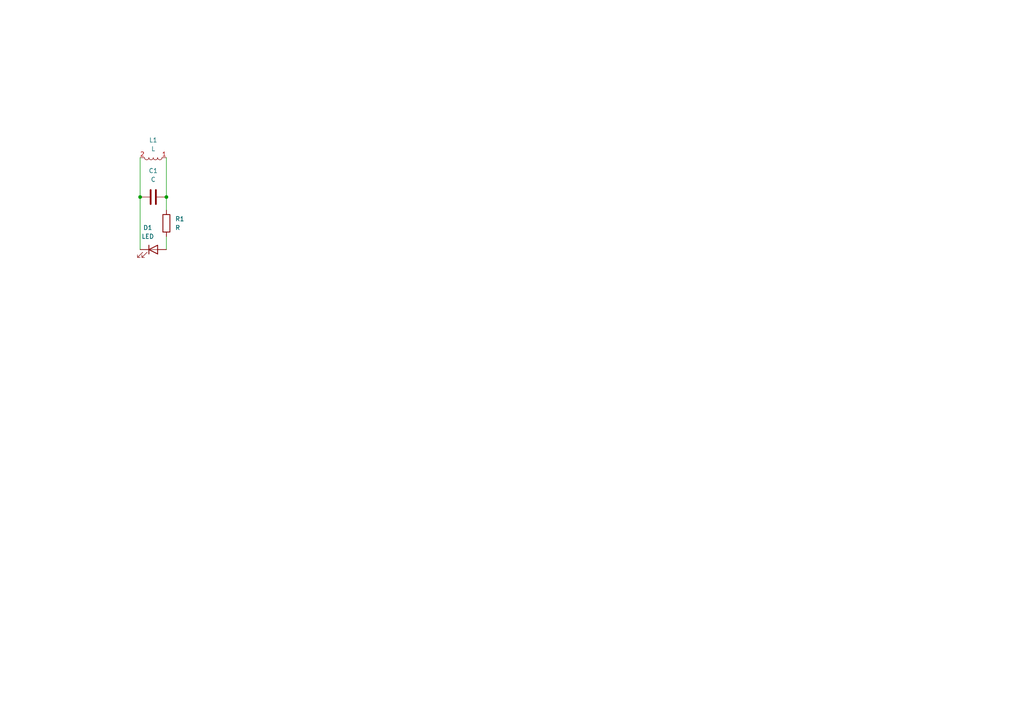
<source format=kicad_sch>
(kicad_sch (version 20250114) (generator "eeschema") (generator_version "9.0")
  (paper "A4")
  (lib_symbols
    (symbol "Device:C" (pin_numbers (hide yes)) (pin_names (offset 0.254))
      (property "Reference" "C" (at 0.635 2.54 0))
      (property "Value" "C" (at 0.635 -2.54 0))
      (symbol "C_0_1"
        (polyline (pts (xy -2.032 0.762) (xy 2.032 0.762)) (stroke (width 0.508)))
        (polyline (pts (xy -2.032 -0.762) (xy 2.032 -0.762)) (stroke (width 0.508)))
      )
      (symbol "C_1_1"
        (pin passive line (at 0 3.81 270) (length 2.794) (name "~") (number "1"))
        (pin passive line (at 0 -3.81 90) (length 2.794) (name "~") (number "2"))
      )
    )
    (symbol "Device:LED" (pin_numbers (hide yes)) (pin_names (offset 1.016) (hide yes))
      (property "Reference" "D" (at 0 2.54 0))
      (property "Value" "LED" (at 0 -2.54 0))
      (symbol "LED_0_1"
        (polyline (pts (xy -3.048 -0.762) (xy -4.572 -2.286) (xy -3.81 -2.286) (xy -4.572 -2.286) (xy -4.572 -1.524)))
        (polyline (pts (xy -1.778 -0.762) (xy -3.302 -2.286) (xy -2.54 -2.286) (xy -3.302 -2.286) (xy -3.302 -1.524)))
        (polyline (pts (xy -1.27 0) (xy 1.27 0)))
        (polyline (pts (xy -1.27 -1.27) (xy -1.27 1.27)) (stroke (width 0.254)))
        (polyline (pts (xy 1.27 -1.27) (xy 1.27 1.27) (xy -1.27 0) (xy 1.27 -1.27)) (stroke (width 0.254)))
      )
      (symbol "LED_1_1"
        (pin passive line (at -3.81 0 0) (length 2.54) (name "K") (number "1"))
        (pin passive line (at 3.81 0 180) (length 2.54) (name "A") (number "2"))
      )
    )
    (symbol "Device:R" (pin_numbers (hide yes)) (pin_names (offset 0))
      (property "Reference" "R" (at 2.032 0 90))
      (property "Value" "R" (at 0 0 90))
      (symbol "R_0_1"
        (rectangle (start -1.016 -2.54) (end 1.016 2.54) (stroke (width 0.254)))
      )
      (symbol "R_1_1"
        (pin passive line (at 0 3.81 270) (length 1.27) (name "~") (number "1"))
        (pin passive line (at 0 -3.81 90) (length 1.27) (name "~") (number "2"))
      )
    )
    (symbol "NFC_COIL_36.7x36.7_3uH:L" (pin_names (offset 1.016) (hide yes))
      (property "Reference" "L" (at 4.064 2.032 0))
      (property "Value" "L" (at -3.556 2.032 0))
      (symbol "L_0_1"
        (arc (start -1.27 0) (mid -1.905 -0.6323) (end -2.54 0))
        (arc (start 0 0) (mid -0.635 -0.6323) (end -1.27 0))
        (arc (start 1.27 0) (mid 0.635 -0.6323) (end 0 0))
        (arc (start 2.54 0) (mid 1.905 -0.6323) (end 1.27 0))
      )
      (symbol "L_1_1"
        (pin passive line (at -3.81 0 0) (length 1.27) (name "2") (number "2"))
        (pin passive line (at 3.81 0 180) (length 1.27) (name "1") (number "1"))
      )
    )
  )
  (junction (at 48.26 57.15))
  (junction (at 40.64 57.15))
  (wire (pts (xy 48.26 57.15) (xy 48.26 60.96)))
  (wire (pts (xy 40.64 45.72) (xy 40.64 57.15)))
  (wire (pts (xy 48.26 68.58) (xy 48.26 72.39)))
  (wire (pts (xy 40.64 57.15) (xy 40.64 72.39)))
  (wire (pts (xy 48.26 45.72) (xy 48.26 57.15)))
  (symbol (lib_id "NFC_COIL_36.7x36.7_3uH:L") (at 44.45 45.72 0) (unit 1)
    (property "Reference" "L1" (at 44.45 40.64 0))
    (property "Value" "L" (at 44.45 43.18 0))
    (property "Footprint" "PCB_BusinessCard_lib:NFC_COIL_36.7x36.7_3uH" (effects (hide yes)))
    (property "Description" "NFC_COIL_36.7x36.7_3uH" (effects (hide yes)))
  )
  (symbol (lib_id "Device:R") (at 48.26 64.77 0) (unit 1)
    (property "Reference" "R1" (at 50.8 63.4999 0) (effects (justify left)))
    (property "Value" "R" (at 50.8 66.0399 0) (effects (justify left)))
    (property "Footprint" "Resistor_SMD:R_0603_1608Metric_Pad0.98x0.95mm_HandSolder" (effects (hide yes)))
    (property "Description" "Resistor" (effects (hide yes)))
  )
  (symbol (lib_id "Device:LED") (at 44.45 72.39 0) (unit 1)
    (property "Reference" "D1" (at 42.8625 66.04 0))
    (property "Value" "LED" (at 42.8625 68.58 0))
    (property "Footprint" "LED_SMD:LED_0603_1608Metric_Pad1.05x0.95mm_HandSolder" (effects (hide yes)))
    (property "Description" "Light emitting diode" (effects (hide yes)))
    (property "Sim.Pins" "1=K 2=A" (effects (hide yes)))
  )
  (symbol (lib_id "Device:C") (at 44.45 57.15 90) (unit 1)
    (property "Reference" "C1" (at 44.45 49.53 90))
    (property "Value" "C" (at 44.45 52.07 90))
    (property "Footprint" "Capacitor_SMD:C_0603_1608Metric_Pad1.08x0.95mm_HandSolder" (effects (hide yes)))
    (property "Description" "Unpolarized capacitor" (effects (hide yes)))
  )
)
</source>
